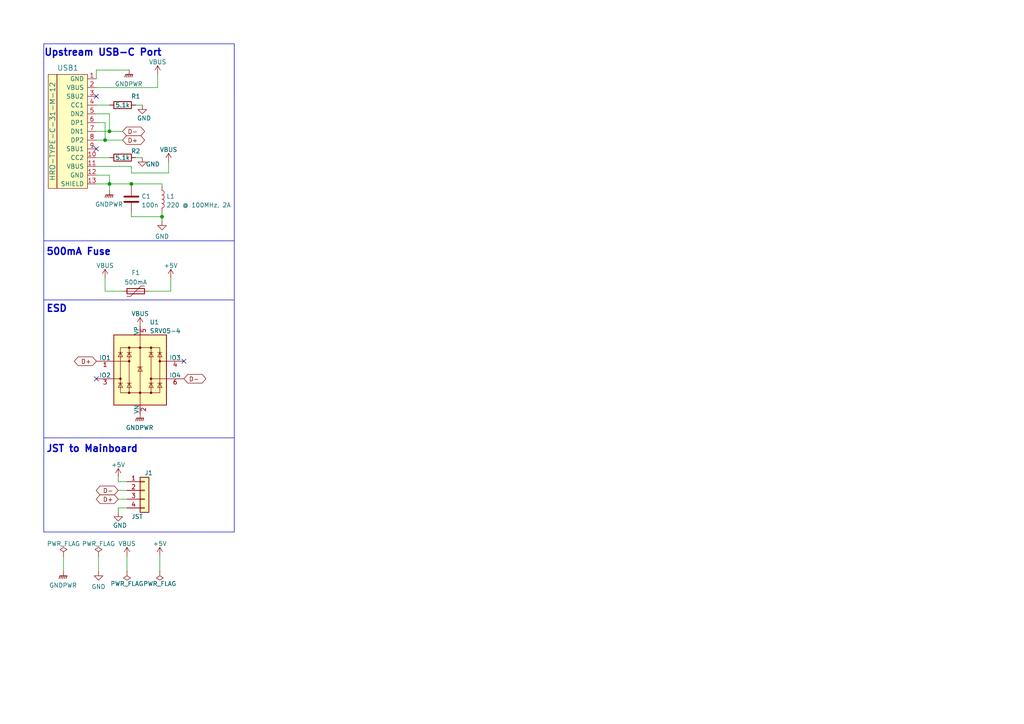
<source format=kicad_sch>
(kicad_sch (version 20231120) (generator "eeschema") (generator_version "8.0")
  (paper "A4")
  (title_block (title "EC_Pro2_Controller_Lite") (date "2024-03-03") (rev "1.0") (company "LU.SV Solutions") (comment 1 "Cipulot PCB Design") (comment 2 "Cipulot") (comment 3 "CC-BY-NC-SA-4.0"))
  (lib_symbols
    (symbol "Connector_Generic:Conn_01x04" (pin_names (offset 1.016) hide)
      (property "Reference" "J" (at 0 5.08 0))
      (property "Value" "Conn_01x04" (at 0 -7.62 0))
      (symbol "Conn_01x04_1_1"
        (rectangle (start -1.27 -4.953) (end 0 -5.207) (stroke (width 0.1524)))
        (rectangle (start -1.27 -2.413) (end 0 -2.667) (stroke (width 0.1524)))
        (rectangle (start -1.27 0.127) (end 0 -0.127) (stroke (width 0.1524)))
        (rectangle (start -1.27 2.667) (end 0 2.413) (stroke (width 0.1524)))
        (rectangle (start -1.27 3.81) (end 1.27 -6.35) (stroke (width 0.254)) (fill (type background)))
        (pin passive line (at -5.08 2.54 0) (length 3.81) (name "Pin_1") (number "1"))
        (pin passive line (at -5.08 0 0) (length 3.81) (name "Pin_2") (number "2"))
        (pin passive line (at -5.08 -2.54 0) (length 3.81) (name "Pin_3") (number "3"))
        (pin passive line (at -5.08 -5.08 0) (length 3.81) (name "Pin_4") (number "4"))
      )
    )
    (symbol "Device:C" (pin_numbers hide) (pin_names (offset 0.254))
      (property "Reference" "C" (at 0.635 2.54 0))
      (property "Value" "C" (at 0.635 -2.54 0))
      (symbol "C_0_1"
        (polyline (pts (xy -2.032 -0.762) (xy 2.032 -0.762)) (stroke (width 0.508)))
        (polyline (pts (xy -2.032 0.762) (xy 2.032 0.762)) (stroke (width 0.508)))
      )
      (symbol "C_1_1"
        (pin passive line (at 0 3.81 270) (length 2.794) (name "~") (number "1"))
        (pin passive line (at 0 -3.81 90) (length 2.794) (name "~") (number "2"))
      )
    )
    (symbol "Device:L" (pin_numbers hide) (pin_names (offset 1.016) hide)
      (property "Reference" "L" (at -1.27 0 90))
      (property "Value" "L" (at 1.905 0 90))
      (symbol "L_0_1"
        (arc (start 0 -2.54) (mid 0.6323 -1.905) (end 0 -1.27))
        (arc (start 0 -1.27) (mid 0.6323 -0.635) (end 0 0))
        (arc (start 0 0) (mid 0.6323 0.635) (end 0 1.27))
        (arc (start 0 1.27) (mid 0.6323 1.905) (end 0 2.54))
      )
      (symbol "L_1_1"
        (pin passive line (at 0 3.81 270) (length 1.27) (name "1") (number "1"))
        (pin passive line (at 0 -3.81 90) (length 1.27) (name "2") (number "2"))
      )
    )
    (symbol "Device:Polyfuse" (pin_numbers hide) (pin_names (offset 0))
      (property "Reference" "F" (at -2.54 0 90))
      (property "Value" "Polyfuse" (at 2.54 0 90))
      (symbol "Polyfuse_0_1"
        (rectangle (start -0.762 2.54) (end 0.762 -2.54) (stroke (width 0.254)))
        (polyline (pts (xy 0 2.54) (xy 0 -2.54)))
        (polyline (pts (xy -1.524 2.54) (xy -1.524 1.524) (xy 1.524 -1.524) (xy 1.524 -2.54)))
      )
      (symbol "Polyfuse_1_1"
        (pin passive line (at 0 3.81 270) (length 1.27) (name "~") (number "1"))
        (pin passive line (at 0 -3.81 90) (length 1.27) (name "~") (number "2"))
      )
    )
    (symbol "Device:R" (pin_numbers hide) (pin_names (offset 0))
      (property "Reference" "R" (at 2.032 0 90))
      (property "Value" "R" (at 0 0 90))
      (symbol "R_0_1"
        (rectangle (start -1.016 -2.54) (end 1.016 2.54) (stroke (width 0.254)))
      )
      (symbol "R_1_1"
        (pin passive line (at 0 3.81 270) (length 1.27) (name "~") (number "1"))
        (pin passive line (at 0 -3.81 90) (length 1.27) (name "~") (number "2"))
      )
    )
    (symbol "Power_Protection:SRV05-4" (pin_names (offset 0))
      (property "Reference" "U" (at -5.08 11.43 0))
      (property "Value" "SRV05-4" (at 2.54 11.43 0))
      (symbol "SRV05-4_0_0"
        (rectangle (start -5.715 6.477) (end 5.715 -6.604))
        (polyline (pts (xy -3.175 -6.604) (xy -3.175 6.477)))
        (polyline (pts (xy 3.175 6.477) (xy 3.175 -6.604)))
      )
      (symbol "SRV05-4_0_1"
        (rectangle (start -7.62 10.16) (end 7.62 -10.16) (stroke (width 0.254)) (fill (type background)))
        (circle (center -5.715 -2.54) (radius 0.2794) (fill (type outline)))
        (circle (center -3.175 -6.604) (radius 0.2794) (fill (type outline)))
        (circle (center -3.175 2.54) (radius 0.2794) (fill (type outline)))
        (circle (center -3.175 6.477) (radius 0.2794) (fill (type outline)))
        (circle (center 0 -6.604) (radius 0.2794) (fill (type outline)))
        (polyline (pts (xy -7.747 2.54) (xy -3.175 2.54)))
        (polyline (pts (xy -7.62 -2.54) (xy -5.715 -2.54)))
        (polyline (pts (xy -5.08 -3.81) (xy -6.35 -3.81)))
        (polyline (pts (xy -5.08 5.08) (xy -6.35 5.08)))
        (polyline (pts (xy -2.54 -3.81) (xy -3.81 -3.81)))
        (polyline (pts (xy -2.54 5.08) (xy -3.81 5.08)))
        (polyline (pts (xy 0 10.16) (xy 0 -10.16)))
        (polyline (pts (xy 3.81 -3.81) (xy 2.54 -3.81)))
        (polyline (pts (xy 3.81 5.08) (xy 2.54 5.08)))
        (polyline (pts (xy 6.35 -3.81) (xy 5.08 -3.81)))
        (polyline (pts (xy 6.35 5.08) (xy 5.08 5.08)))
        (polyline (pts (xy 7.62 -2.54) (xy 3.175 -2.54)))
        (polyline (pts (xy 7.62 2.54) (xy 5.715 2.54)))
        (polyline (pts (xy 0.635 0.889) (xy -0.635 0.889) (xy -0.635 0.635)))
        (polyline (pts (xy -5.08 -5.08) (xy -6.35 -5.08) (xy -5.715 -3.81) (xy -5.08 -5.08)))
        (polyline (pts (xy -5.08 3.81) (xy -6.35 3.81) (xy -5.715 5.08) (xy -5.08 3.81)))
        (polyline (pts (xy -2.54 -5.08) (xy -3.81 -5.08) (xy -3.175 -3.81) (xy -2.54 -5.08)))
        (polyline (pts (xy -2.54 3.81) (xy -3.81 3.81) (xy -3.175 5.08) (xy -2.54 3.81)))
        (polyline (pts (xy 0.635 -0.381) (xy -0.635 -0.381) (xy 0 0.889) (xy 0.635 -0.381)))
        (polyline (pts (xy 3.81 -5.08) (xy 2.54 -5.08) (xy 3.175 -3.81) (xy 3.81 -5.08)))
        (polyline (pts (xy 3.81 3.81) (xy 2.54 3.81) (xy 3.175 5.08) (xy 3.81 3.81)))
        (polyline (pts (xy 6.35 -5.08) (xy 5.08 -5.08) (xy 5.715 -3.81) (xy 6.35 -5.08)))
        (polyline (pts (xy 6.35 3.81) (xy 5.08 3.81) (xy 5.715 5.08) (xy 6.35 3.81)))
        (circle (center 0 6.477) (radius 0.2794) (fill (type outline)))
        (circle (center 3.175 -6.604) (radius 0.2794) (fill (type outline)))
        (circle (center 3.175 -2.54) (radius 0.2794) (fill (type outline)))
        (circle (center 3.175 6.477) (radius 0.2794) (fill (type outline)))
        (circle (center 5.715 2.54) (radius 0.2794) (fill (type outline)))
      )
      (symbol "SRV05-4_1_1"
        (pin passive line (at -12.7 2.54 0) (length 5.08) (name "IO1") (number "1"))
        (pin passive line (at 0 -12.7 90) (length 2.54) (name "VN") (number "2"))
        (pin passive line (at -12.7 -2.54 0) (length 5.08) (name "IO2") (number "3"))
        (pin passive line (at 12.7 2.54 180) (length 5.08) (name "IO3") (number "4"))
        (pin passive line (at 0 12.7 270) (length 2.54) (name "VP") (number "5"))
        (pin passive line (at 12.7 -2.54 180) (length 5.08) (name "IO4") (number "6"))
      )
    )
    (symbol "cipulot_parts:HRO-TYPE-C-31-M-12" (pin_names (offset 1.016))
      (property "Reference" "USB" (at -5.08 16.51 0))
      (property "Value" "HRO-TYPE-C-31-M-12" (at -10.16 -1.27 90))
      (symbol "HRO-TYPE-C-31-M-12_0_1"
        (rectangle (start -11.43 15.24) (end -8.89 -17.78) (fill (type background)))
        (rectangle (start 0 -17.78) (end -8.89 15.24) (fill (type background)))
      )
      (symbol "HRO-TYPE-C-31-M-12_1_1"
        (pin input line (at 2.54 13.97 180) (length 2.54) (name "GND") (number "1"))
        (pin input line (at 2.54 -8.89 180) (length 2.54) (name "CC2") (number "10"))
        (pin input line (at 2.54 -11.43 180) (length 2.54) (name "VBUS") (number "11"))
        (pin input line (at 2.54 -13.97 180) (length 2.54) (name "GND") (number "12"))
        (pin input line (at 2.54 -16.51 180) (length 2.54) (name "SHIELD") (number "13"))
        (pin input line (at 2.54 11.43 180) (length 2.54) (name "VBUS") (number "2"))
        (pin input line (at 2.54 8.89 180) (length 2.54) (name "SBU2") (number "3"))
        (pin input line (at 2.54 6.35 180) (length 2.54) (name "CC1") (number "4"))
        (pin input line (at 2.54 3.81 180) (length 2.54) (name "DN2") (number "5"))
        (pin input line (at 2.54 1.27 180) (length 2.54) (name "DP1") (number "6"))
        (pin input line (at 2.54 -1.27 180) (length 2.54) (name "DN1") (number "7"))
        (pin input line (at 2.54 -3.81 180) (length 2.54) (name "DP2") (number "8"))
        (pin input line (at 2.54 -6.35 180) (length 2.54) (name "SBU1") (number "9"))
      )
    )
    (symbol "power:+5V" (power) (pin_names (offset 0))
      (property "Value" "+5V" (at 0 3.556 0))
      (symbol "+5V_0_1"
        (polyline (pts (xy -0.762 1.27) (xy 0 2.54)))
        (polyline (pts (xy 0 0) (xy 0 2.54)))
        (polyline (pts (xy 0 2.54) (xy 0.762 1.27)))
      )
      (symbol "+5V_1_1"
        (pin power_in line (at 0 0 90) (length 0) hide (name "+5V") (number "1"))
      )
    )
    (symbol "power:GND" (power) (pin_names (offset 0))
      (property "Value" "GND" (at 0 -3.81 0))
      (symbol "GND_0_1"
        (polyline (pts (xy 0 0) (xy 0 -1.27) (xy 1.27 -1.27) (xy 0 -2.54) (xy -1.27 -1.27) (xy 0 -1.27)))
      )
      (symbol "GND_1_1"
        (pin power_in line (at 0 0 270) (length 0) hide (name "GND") (number "1"))
      )
    )
    (symbol "power:GNDPWR" (power) (pin_names (offset 0))
      (property "Value" "GNDPWR" (at 0 -3.302 0))
      (symbol "GNDPWR_0_1"
        (polyline (pts (xy 0 -1.27) (xy 0 0)))
        (polyline (pts (xy -1.016 -1.27) (xy -1.27 -2.032) (xy -1.27 -2.032)) (stroke (width 0.2032)))
        (polyline (pts (xy -0.508 -1.27) (xy -0.762 -2.032) (xy -0.762 -2.032)) (stroke (width 0.2032)))
        (polyline (pts (xy 0 -1.27) (xy -0.254 -2.032) (xy -0.254 -2.032)) (stroke (width 0.2032)))
        (polyline (pts (xy 0.508 -1.27) (xy 0.254 -2.032) (xy 0.254 -2.032)) (stroke (width 0.2032)))
        (polyline (pts (xy 1.016 -1.27) (xy -1.016 -1.27) (xy -1.016 -1.27)) (stroke (width 0.2032)))
        (polyline (pts (xy 1.016 -1.27) (xy 0.762 -2.032) (xy 0.762 -2.032) (xy 0.762 -2.032)) (stroke (width 0.2032)))
      )
      (symbol "GNDPWR_1_1"
        (pin power_in line (at 0 0 270) (length 0) hide (name "GNDPWR") (number "1"))
      )
    )
    (symbol "power:PWR_FLAG" (power) (pin_numbers hide) (pin_names (offset 0) hide)
      (property "Value" "PWR_FLAG" (at 0 3.81 0))
      (symbol "PWR_FLAG_0_0"
        (pin power_out line (at 0 0 90) (length 0) (name "pwr") (number "1"))
      )
      (symbol "PWR_FLAG_0_1"
        (polyline (pts (xy 0 0) (xy 0 1.27) (xy -1.016 1.905) (xy 0 2.54) (xy 1.016 1.905) (xy 0 1.27)))
      )
    )
    (symbol "power:VBUS" (power) (pin_names (offset 0))
      (property "Value" "VBUS" (at 0 3.81 0))
      (symbol "VBUS_0_1"
        (polyline (pts (xy -0.762 1.27) (xy 0 2.54)))
        (polyline (pts (xy 0 0) (xy 0 2.54)))
        (polyline (pts (xy 0 2.54) (xy 0.762 1.27)))
      )
      (symbol "VBUS_1_1"
        (pin power_in line (at 0 0 90) (length 0) hide (name "VBUS") (number "1"))
      )
    )
  )
  (junction (at 31.75 38.1))
  (junction (at 38.1 53.34))
  (junction (at 31.75 53.34))
  (junction (at 46.99 62.865))
  (junction (at 30.48 40.64))
  (no_connect (at 53.34 104.775))
  (no_connect (at 27.94 109.855))
  (no_connect (at 27.94 27.94))
  (no_connect (at 27.94 43.18))
  (wire (pts (xy 37.465 20.32) (xy 27.94 20.32)))
  (wire (pts (xy 38.1 62.865) (xy 46.99 62.865)))
  (wire (pts (xy 27.94 38.1) (xy 31.75 38.1)))
  (wire (pts (xy 39.37 45.72) (xy 41.275 45.72)))
  (polyline (pts (xy 12.7 154.305) (xy 67.945 154.305)))
  (polyline (pts (xy 67.945 69.85) (xy 67.945 86.995)))
  (wire (pts (xy 43.18 84.455) (xy 49.53 84.455)))
  (polyline (pts (xy 12.7 12.7) (xy 12.7 69.85)))
  (wire (pts (xy 45.72 25.4) (xy 45.72 21.59)))
  (wire (pts (xy 27.94 20.32) (xy 27.94 22.86)))
  (polyline (pts (xy 12.7 69.85) (xy 67.945 69.85)))
  (wire (pts (xy 27.94 50.8) (xy 31.75 50.8)))
  (wire (pts (xy 38.1 53.34) (xy 46.99 53.34)))
  (polyline (pts (xy 67.945 154.305) (xy 67.945 127)))
  (wire (pts (xy 34.29 138.43) (xy 34.29 139.7)))
  (wire (pts (xy 34.29 139.7) (xy 36.83 139.7)))
  (wire (pts (xy 38.1 53.34) (xy 38.1 53.975)))
  (wire (pts (xy 36.83 165.735) (xy 36.83 161.29)))
  (wire (pts (xy 38.1 61.595) (xy 38.1 62.865)))
  (wire (pts (xy 34.29 147.32) (xy 36.83 147.32)))
  (polyline (pts (xy 12.7 86.995) (xy 12.7 127)))
  (wire (pts (xy 38.1 48.26) (xy 38.1 50.165)))
  (polyline (pts (xy 67.945 127) (xy 67.945 86.995)))
  (wire (pts (xy 27.94 25.4) (xy 45.72 25.4)))
  (wire (pts (xy 30.48 84.455) (xy 35.56 84.455)))
  (wire (pts (xy 46.99 62.865) (xy 46.99 64.135)))
  (wire (pts (xy 27.94 48.26) (xy 38.1 48.26)))
  (wire (pts (xy 27.94 53.34) (xy 31.75 53.34)))
  (wire (pts (xy 34.29 144.78) (xy 36.83 144.78)))
  (polyline (pts (xy 67.945 86.995) (xy 12.7 86.995)))
  (wire (pts (xy 27.94 40.64) (xy 30.48 40.64)))
  (wire (pts (xy 28.575 161.29) (xy 28.575 165.735)))
  (wire (pts (xy 31.75 33.02) (xy 31.75 38.1)))
  (wire (pts (xy 34.29 148.59) (xy 34.29 147.32)))
  (wire (pts (xy 27.94 35.56) (xy 30.48 35.56)))
  (wire (pts (xy 49.53 84.455) (xy 49.53 80.645)))
  (wire (pts (xy 30.48 40.64) (xy 35.56 40.64)))
  (wire (pts (xy 46.99 53.975) (xy 46.99 53.34)))
  (polyline (pts (xy 12.7 127) (xy 12.7 154.305)))
  (polyline (pts (xy 12.7 12.7) (xy 67.945 12.7)))
  (polyline (pts (xy 67.945 12.7) (xy 67.945 28.575)))
  (wire (pts (xy 18.415 161.29) (xy 18.415 165.735)))
  (wire (pts (xy 34.29 142.24) (xy 36.83 142.24)))
  (polyline (pts (xy 67.945 69.85) (xy 67.945 12.7)))
  (polyline (pts (xy 12.7 127) (xy 67.945 127)))
  (wire (pts (xy 46.99 61.595) (xy 46.99 62.865)))
  (wire (pts (xy 46.355 165.735) (xy 46.355 161.29)))
  (wire (pts (xy 31.75 38.1) (xy 35.56 38.1)))
  (wire (pts (xy 39.37 30.48) (xy 41.275 30.48)))
  (wire (pts (xy 30.48 80.645) (xy 30.48 84.455)))
  (wire (pts (xy 27.94 33.02) (xy 31.75 33.02)))
  (wire (pts (xy 27.94 45.72) (xy 31.75 45.72)))
  (wire (pts (xy 27.94 30.48) (xy 31.75 30.48)))
  (wire (pts (xy 48.895 46.99) (xy 48.895 50.165)))
  (wire (pts (xy 30.48 35.56) (xy 30.48 40.64)))
  (wire (pts (xy 31.75 50.8) (xy 31.75 53.34)))
  (wire (pts (xy 38.1 50.165) (xy 48.895 50.165)))
  (wire (pts (xy 31.75 53.34) (xy 31.75 55.245)))
  (polyline (pts (xy 12.7 86.995) (xy 12.7 69.85)))
  (wire (pts (xy 31.75 53.34) (xy 38.1 53.34)))
  (text "500mA Fuse" (at 13.335 74.295 0) (effects (font (size 2 2) (thickness 0.4) (bold yes)) (justify left bottom)))
  (text "Upstream USB-C Port" (at 12.7 16.51 0) (effects (font (size 2 2) (thickness 0.4) (bold yes)) (justify left bottom)))
  (text "ESD" (at 13.335 90.805 0) (effects (font (size 2 2) (thickness 0.4) (bold yes)) (justify left bottom)))
  (text "JST to Mainboard" (at 13.335 131.445 0) (effects (font (size 2 2) (thickness 0.4) (bold yes)) (justify left bottom)))
  (global_label "D-" (shape bidirectional) (at 35.56 38.1 0) (property "Intersheetrefs" "${INTERSHEET_REFS}" (effects (hide yes))))
  (global_label "D-" (shape bidirectional) (at 34.29 142.24 180) (property "Intersheetrefs" "${INTERSHEET_REFS}" (effects (hide yes))))
  (global_label "D-" (shape bidirectional) (at 53.34 109.855 0) (property "Intersheetrefs" "${INTERSHEET_REFS}" (effects (hide yes))))
  (global_label "D+" (shape bidirectional) (at 35.56 40.64 0) (property "Intersheetrefs" "${INTERSHEET_REFS}" (effects (hide yes))))
  (global_label "D+" (shape bidirectional) (at 27.94 104.775 180) (property "Intersheetrefs" "${INTERSHEET_REFS}" (effects (hide yes))))
  (global_label "D+" (shape bidirectional) (at 34.29 144.78 180) (property "Intersheetrefs" "${INTERSHEET_REFS}" (effects (hide yes))))
  (symbol (lib_id "power:PWR_FLAG") (at 36.83 165.735 180) (unit 1)
    (property "Reference" "#FLG0102" (effects (hide yes)))
    (property "Value" "PWR_FLAG" (at 36.83 169.3108 0))
  )
  (symbol (lib_id "Device:C") (at 38.1 57.785 0) (unit 1)
    (property "Reference" "C1" (at 41.021 56.9503 0) (effects (justify left)))
    (property "Value" "100n" (at 41.021 59.4872 0) (effects (justify left)))
    (property "Footprint" "Capacitor_SMD:C_0603_1608Metric" (effects (hide yes)))
    (property "LCSC" "C14663" (effects (hide yes)))
  )
  (symbol (lib_id "power:GND") (at 41.275 30.48 0) (unit 1)
    (property "Reference" "#PWR03" (effects (hide yes)))
    (property "Value" "GND" (at 43.815 34.29 0) (effects (justify right)))
  )
  (symbol (lib_id "power:GND") (at 41.275 45.72 0) (unit 1)
    (property "Reference" "#PWR04" (effects (hide yes)))
    (property "Value" "GND" (at 46.355 47.625 0) (effects (justify right)))
  )
  (symbol (lib_id "Power_Protection:SRV05-4") (at 40.64 107.315 0) (unit 1)
    (property "Reference" "U1" (at 43.4087 93.4552 0) (effects (justify left)))
    (property "Value" "SRV05-4" (at 43.4087 95.9921 0) (effects (justify left)))
    (property "Footprint" "cipulot_parts:SOT-23-6-routable" (effects (hide yes)))
    (property "Datasheet" "http://www.onsemi.com/pub/Collateral/SRV05-4-D.PDF" (effects (hide yes)))
    (property "LCSC" "C85364" (effects (hide yes)))
  )
  (symbol (lib_id "power:GND") (at 46.99 64.135 0) (unit 1)
    (property "Reference" "#PWR07" (effects (hide yes)))
    (property "Value" "GND" (at 46.99 68.5784 0))
  )
  (symbol (lib_id "power:VBUS") (at 40.64 94.615 0) (unit 1)
    (property "Reference" "#PWR010" (effects (hide yes)))
    (property "Value" "VBUS" (at 40.64 91.0105 0))
  )
  (symbol (lib_id "Connector_Generic:Conn_01x04") (at 41.91 142.24 0) (unit 1)
    (property "Reference" "J1" (at 41.91 137.16 0) (effects (justify left)))
    (property "Value" "JST" (at 38.1 149.86 0) (effects (justify left)))
    (property "Footprint" "cipulot_parts:JST-SR-4" (effects (hide yes)))
    (property "LCSC" "C145956" (effects (hide yes)))
  )
  (symbol (lib_id "power:PWR_FLAG") (at 28.575 161.29 0) (unit 1)
    (property "Reference" "#FLG0104" (effects (hide yes)))
    (property "Value" "PWR_FLAG" (at 28.575 157.7142 0))
  )
  (symbol (lib_id "power:VBUS") (at 36.83 161.29 0) (unit 1)
    (property "Reference" "#PWR0101" (effects (hide yes)))
    (property "Value" "VBUS" (at 36.83 157.6855 0))
  )
  (symbol (lib_id "power:GND") (at 34.29 148.59 0) (unit 1)
    (property "Reference" "#PWR013" (effects (hide yes)))
    (property "Value" "GND" (at 36.83 152.4 0) (effects (justify right)))
  )
  (symbol (lib_id "power:+5V") (at 49.53 80.645 0) (unit 1)
    (property "Reference" "#PWR09" (effects (hide yes)))
    (property "Value" "+5V" (at 49.53 77.0405 0))
  )
  (symbol (lib_id "power:GNDPWR") (at 37.465 20.32 0) (unit 1)
    (property "Reference" "#PWR0105" (effects (hide yes)))
    (property "Value" "GNDPWR" (at 37.338 24.357 0))
  )
  (symbol (lib_id "power:VBUS") (at 45.72 21.59 0) (unit 1)
    (property "Reference" "#PWR01" (effects (hide yes)))
    (property "Value" "VBUS" (at 45.72 17.9855 0))
  )
  (symbol (lib_id "Device:L") (at 46.99 57.785 0) (unit 1)
    (property "Reference" "L1" (at 48.26 56.9503 0) (effects (justify left)))
    (property "Value" "220 @ 100MHz, 2A" (at 48.26 59.4872 0) (effects (justify left)))
    (property "Footprint" "Inductor_SMD:L_0603_1608Metric" (effects (hide yes)))
    (property "LCSC" "C85832" (effects (hide yes)))
  )
  (symbol (lib_id "power:PWR_FLAG") (at 46.355 165.735 180) (unit 1)
    (property "Reference" "#FLG0101" (effects (hide yes)))
    (property "Value" "PWR_FLAG" (at 46.355 169.3108 0))
  )
  (symbol (lib_id "cipulot_parts:HRO-TYPE-C-31-M-12") (at 25.4 36.83 0) (unit 1)
    (property "Reference" "USB1" (at 19.685 19.685 0) (effects (font (size 1.524 1.524))))
    (property "Value" "HRO-TYPE-C-31-M-12" (at 15.24 38.1 90) (effects (font (size 1.524 1.524))))
    (property "Footprint" "cipulot_parts:HRO-TYPE-C-31-M-12-Assembly" (effects (hide yes)))
    (property "LCSC" "C165948" (effects (hide yes)))
  )
  (symbol (lib_id "power:+5V") (at 34.29 138.43 0) (unit 1)
    (property "Reference" "#PWR012" (effects (hide yes)))
    (property "Value" "+5V" (at 34.29 134.8255 0))
  )
  (symbol (lib_id "Device:R") (at 35.56 45.72 90) (unit 1)
    (property "Reference" "R2" (at 39.37 43.815 90))
    (property "Value" "5.1k" (at 35.56 45.72 90))
    (property "Footprint" "Resistor_SMD:R_0402_1005Metric" (effects (hide yes)))
    (property "LCSC" "C25905" (effects (hide yes)))
  )
  (symbol (lib_id "power:+5V") (at 46.355 161.29 0) (unit 1)
    (property "Reference" "#PWR0102" (effects (hide yes)))
    (property "Value" "+5V" (at 46.355 157.6855 0))
  )
  (symbol (lib_id "Device:R") (at 35.56 30.48 270) (unit 1)
    (property "Reference" "R1" (at 39.37 27.94 90))
    (property "Value" "5.1k" (at 35.56 30.48 90))
    (property "Footprint" "Resistor_SMD:R_0402_1005Metric" (effects (hide yes)))
    (property "LCSC" "C25905" (effects (hide yes)))
  )
  (symbol (lib_id "Device:Polyfuse") (at 39.37 84.455 270) (unit 1)
    (property "Reference" "F1" (at 39.37 79.0915 90))
    (property "Value" "500mA" (at 39.37 81.8666 90))
    (property "Footprint" "Fuse:Fuse_1206_3216Metric" (effects (hide yes)))
    (property "LCSC" "C70076" (effects (hide yes)))
  )
  (symbol (lib_id "power:GNDPWR") (at 18.415 165.735 0) (unit 1)
    (property "Reference" "#PWR0103" (effects (hide yes)))
    (property "Value" "GNDPWR" (at 18.288 169.772 0))
  )
  (symbol (lib_id "power:VBUS") (at 30.48 80.645 0) (unit 1)
    (property "Reference" "#PWR08" (effects (hide yes)))
    (property "Value" "VBUS" (at 30.48 77.0405 0))
  )
  (symbol (lib_id "power:GND") (at 28.575 165.735 0) (unit 1)
    (property "Reference" "#PWR0104" (effects (hide yes)))
    (property "Value" "GND" (at 28.575 170.1784 0))
  )
  (symbol (lib_id "power:PWR_FLAG") (at 18.415 161.29 0) (unit 1)
    (property "Reference" "#FLG0103" (effects (hide yes)))
    (property "Value" "PWR_FLAG" (at 18.415 157.7142 0))
  )
  (symbol (lib_id "power:VBUS") (at 48.895 46.99 0) (unit 1)
    (property "Reference" "#PWR05" (effects (hide yes)))
    (property "Value" "VBUS" (at 48.895 43.4142 0))
  )
  (symbol (lib_id "power:GNDPWR") (at 40.64 120.015 0) (unit 1)
    (property "Reference" "#PWR011" (effects (hide yes)))
    (property "Value" "GNDPWR" (at 40.513 124.052 0))
  )
  (symbol (lib_id "power:GNDPWR") (at 31.75 55.245 0) (unit 1)
    (property "Reference" "#PWR06" (effects (hide yes)))
    (property "Value" "GNDPWR" (at 31.623 59.282 0))
  )
)
</source>
